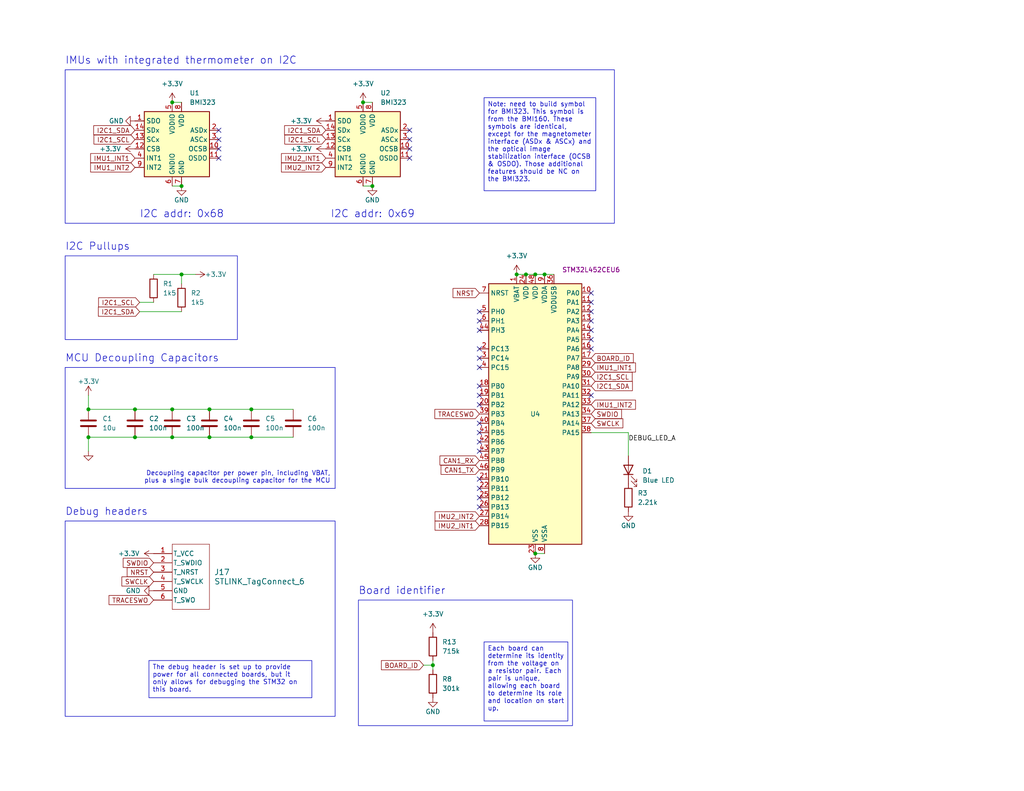
<source format=kicad_sch>
(kicad_sch (version 20230121) (generator eeschema)
  (paper "USLetter")
  (lib_symbols
    (symbol "Device:LED" (pin_numbers hide) (pin_names (offset 1.016) hide)
      (property "Reference" "D" (at 0 2.54 0))
      (property "Value" "LED" (at 0 -2.54 0))
      (symbol "LED_0_1"
        (polyline (pts (xy -1.27 -1.27) (xy -1.27 1.27)) (stroke (width 0.254)))
        (polyline (pts (xy -1.27 0) (xy 1.27 0)))
        (polyline (pts (xy 1.27 -1.27) (xy 1.27 1.27) (xy -1.27 0) (xy 1.27 -1.27)) (stroke (width 0.254)))
        (polyline (pts (xy -3.048 -0.762) (xy -4.572 -2.286) (xy -3.81 -2.286) (xy -4.572 -2.286) (xy -4.572 -1.524)))
        (polyline (pts (xy -1.778 -0.762) (xy -3.302 -2.286) (xy -2.54 -2.286) (xy -3.302 -2.286) (xy -3.302 -1.524)))
      )
      (symbol "LED_1_1"
        (pin passive line (at -3.81 0 0) (length 2.54) (name "K") (number "1"))
        (pin passive line (at 3.81 0 180) (length 2.54) (name "A") (number "2"))
      )
    )
    (symbol "Device:R" (pin_numbers hide) (pin_names (offset 0))
      (property "Reference" "R" (at 2.032 0 90))
      (property "Value" "R" (at 0 0 90))
      (symbol "R_0_1"
        (rectangle (start -1.016 -2.54) (end 1.016 2.54) (stroke (width 0.254)))
      )
      (symbol "R_1_1"
        (pin passive line (at 0 3.81 270) (length 1.27) (name "~") (number "1"))
        (pin passive line (at 0 -3.81 90) (length 1.27) (name "~") (number "2"))
      )
    )
    (symbol "MCU_ST_STM32L4:STM32L452CEUx"
      (property "Reference" "U" (at -12.7 36.83 0))
      (property "Value" "STM32L452CEUx" (at 7.62 36.83 0))
      (symbol "STM32L452CEUx_0_1"
        (rectangle (start -12.7 -35.56) (end 12.7 35.56) (stroke (width 0.254)) (fill (type background)))
      )
      (symbol "STM32L452CEUx_1_1"
        (pin power_in line (at -5.08 38.1 270) (length 2.54) (name "VBAT") (number "1"))
        (pin bidirectional line (at 15.24 33.02 180) (length 2.54) (name "PA0") (number "10"))
        (pin bidirectional line (at 15.24 30.48 180) (length 2.54) (name "PA1") (number "11"))
        (pin bidirectional line (at 15.24 27.94 180) (length 2.54) (name "PA2") (number "12"))
        (pin bidirectional line (at 15.24 25.4 180) (length 2.54) (name "PA3") (number "13"))
        (pin bidirectional line (at 15.24 22.86 180) (length 2.54) (name "PA4") (number "14"))
        (pin bidirectional line (at 15.24 20.32 180) (length 2.54) (name "PA5") (number "15"))
        (pin bidirectional line (at 15.24 17.78 180) (length 2.54) (name "PA6") (number "16"))
        (pin bidirectional line (at 15.24 15.24 180) (length 2.54) (name "PA7") (number "17"))
        (pin bidirectional line (at -15.24 7.62 0) (length 2.54) (name "PB0") (number "18"))
        (pin bidirectional line (at -15.24 5.08 0) (length 2.54) (name "PB1") (number "19"))
        (pin bidirectional line (at -15.24 17.78 0) (length 2.54) (name "PC13") (number "2"))
        (pin bidirectional line (at -15.24 2.54 0) (length 2.54) (name "PB2") (number "20"))
        (pin bidirectional line (at -15.24 -17.78 0) (length 2.54) (name "PB10") (number "21"))
        (pin bidirectional line (at -15.24 -20.32 0) (length 2.54) (name "PB11") (number "22"))
        (pin power_in line (at 0 -38.1 90) (length 2.54) (name "VSS") (number "23"))
        (pin power_in line (at -2.54 38.1 270) (length 2.54) (name "VDD") (number "24"))
        (pin bidirectional line (at -15.24 -22.86 0) (length 2.54) (name "PB12") (number "25"))
        (pin bidirectional line (at -15.24 -25.4 0) (length 2.54) (name "PB13") (number "26"))
        (pin bidirectional line (at -15.24 -27.94 0) (length 2.54) (name "PB14") (number "27"))
        (pin bidirectional line (at -15.24 -30.48 0) (length 2.54) (name "PB15") (number "28"))
        (pin bidirectional line (at 15.24 12.7 180) (length 2.54) (name "PA8") (number "29"))
        (pin bidirectional line (at -15.24 15.24 0) (length 2.54) (name "PC14") (number "3"))
        (pin bidirectional line (at 15.24 10.16 180) (length 2.54) (name "PA9") (number "30"))
        (pin bidirectional line (at 15.24 7.62 180) (length 2.54) (name "PA10") (number "31"))
        (pin bidirectional line (at 15.24 5.08 180) (length 2.54) (name "PA11") (number "32"))
        (pin bidirectional line (at 15.24 2.54 180) (length 2.54) (name "PA12") (number "33"))
        (pin bidirectional line (at 15.24 0 180) (length 2.54) (name "PA13") (number "34"))
        (pin passive line (at 0 -38.1 90) (length 2.54) hide (name "VSS") (number "35"))
        (pin power_in line (at 5.08 38.1 270) (length 2.54) (name "VDDUSB") (number "36"))
        (pin bidirectional line (at 15.24 -2.54 180) (length 2.54) (name "PA14") (number "37"))
        (pin bidirectional line (at 15.24 -5.08 180) (length 2.54) (name "PA15") (number "38"))
        (pin bidirectional line (at -15.24 0 0) (length 2.54) (name "PB3") (number "39"))
        (pin bidirectional line (at -15.24 12.7 0) (length 2.54) (name "PC15") (number "4"))
        (pin bidirectional line (at -15.24 -2.54 0) (length 2.54) (name "PB4") (number "40"))
        (pin bidirectional line (at -15.24 -5.08 0) (length 2.54) (name "PB5") (number "41"))
        (pin bidirectional line (at -15.24 -7.62 0) (length 2.54) (name "PB6") (number "42"))
        (pin bidirectional line (at -15.24 -10.16 0) (length 2.54) (name "PB7") (number "43"))
        (pin bidirectional line (at -15.24 22.86 0) (length 2.54) (name "PH3") (number "44"))
        (pin bidirectional line (at -15.24 -12.7 0) (length 2.54) (name "PB8") (number "45"))
        (pin bidirectional line (at -15.24 -15.24 0) (length 2.54) (name "PB9") (number "46"))
        (pin passive line (at 0 -38.1 90) (length 2.54) hide (name "VSS") (number "47"))
        (pin power_in line (at 0 38.1 270) (length 2.54) (name "VDD") (number "48"))
        (pin passive line (at 0 -38.1 90) (length 2.54) hide (name "VSS") (number "49"))
        (pin bidirectional line (at -15.24 27.94 0) (length 2.54) (name "PH0") (number "5"))
        (pin bidirectional line (at -15.24 25.4 0) (length 2.54) (name "PH1") (number "6"))
        (pin input line (at -15.24 33.02 0) (length 2.54) (name "NRST") (number "7"))
        (pin power_in line (at 2.54 -38.1 90) (length 2.54) (name "VSSA") (number "8"))
        (pin power_in line (at 2.54 38.1 270) (length 2.54) (name "VDDA") (number "9"))
      )
    )
    (symbol "Sensor_Motion:BMI160"
      (property "Reference" "U" (at -10.16 8.89 0))
      (property "Value" "BMI160" (at 7.62 8.89 0))
      (symbol "BMI160_1_1"
        (rectangle (start -10.16 7.62) (end 7.62 -10.16) (stroke (width 0.254)) (fill (type background)))
        (pin bidirectional line (at -12.7 5.08 0) (length 2.54) (name "SDO") (number "1"))
        (pin bidirectional line (at 10.16 -2.54 180) (length 2.54) (name "OCSB") (number "10"))
        (pin bidirectional line (at 10.16 -5.08 180) (length 2.54) (name "OSDO") (number "11"))
        (pin input line (at -12.7 -2.54 0) (length 2.54) (name "CSB") (number "12"))
        (pin input line (at -12.7 0 0) (length 2.54) (name "SCx") (number "13"))
        (pin bidirectional line (at -12.7 2.54 0) (length 2.54) (name "SDx") (number "14"))
        (pin bidirectional line (at 10.16 2.54 180) (length 2.54) (name "ASDx") (number "2"))
        (pin output line (at 10.16 0 180) (length 2.54) (name "ASCx") (number "3"))
        (pin bidirectional line (at -12.7 -5.08 0) (length 2.54) (name "INT1") (number "4"))
        (pin power_in line (at -2.54 10.16 270) (length 2.54) (name "VDDIO") (number "5"))
        (pin power_in line (at -2.54 -12.7 90) (length 2.54) (name "GNDIO") (number "6"))
        (pin power_in line (at 0 -12.7 90) (length 2.54) (name "GND") (number "7"))
        (pin power_in line (at 0 10.16 270) (length 2.54) (name "VDD") (number "8"))
        (pin bidirectional line (at -12.7 -7.62 0) (length 2.54) (name "INT2") (number "9"))
      )
    )
    (symbol "TVSC:Large_Decoupling_Capacitor" (pin_numbers hide) (pin_names (offset 0.254))
      (property "Reference" "C" (at 0.635 2.54 0))
      (property "Value" "10u" (at 0.635 -2.54 0))
      (symbol "Large_Decoupling_Capacitor_0_1"
        (polyline (pts (xy -2.032 -0.762) (xy 2.032 -0.762)) (stroke (width 0.508)))
        (polyline (pts (xy -2.032 0.762) (xy 2.032 0.762)) (stroke (width 0.508)))
      )
      (symbol "Large_Decoupling_Capacitor_1_1"
        (pin passive line (at 0 3.81 270) (length 2.794) (name "~") (number "1"))
        (pin passive line (at 0 -3.81 90) (length 2.794) (name "~") (number "2"))
      )
    )
    (symbol "TVSC:STLINK_TagConnect_6" (pin_names (offset 0.254)) (in_bom no)
      (property "Reference" "J" (at 0 6.35 0))
      (property "Value" "STLINK_TagConnect_6" (at 0 -15.24 0))
      (symbol "STLINK_TagConnect_6_1_1"
        (polyline (pts (xy -5.08 -12.7) (xy 5.08 -12.7)) (stroke (width 0.127)))
        (polyline (pts (xy -5.08 5.08) (xy -5.08 -12.7)) (stroke (width 0.127)))
        (polyline (pts (xy 5.08 -12.7) (xy 5.08 5.08)) (stroke (width 0.127)))
        (polyline (pts (xy 5.08 5.08) (xy -5.08 5.08)) (stroke (width 0.127)))
        (pin power_out line (at -10.16 2.54 0) (length 5.08) (name "T_VCC") (number "1"))
        (pin bidirectional line (at -10.16 0 0) (length 5.08) (name "T_SWDIO") (number "2"))
        (pin output line (at -10.16 -2.54 0) (length 5.08) (name "T_NRST") (number "3"))
        (pin input line (at -10.16 -5.08 0) (length 5.08) (name "T_SWCLK") (number "4"))
        (pin power_out line (at -10.16 -7.62 0) (length 5.08) (name "GND") (number "5"))
        (pin output line (at -10.16 -10.16 0) (length 5.08) (name "T_SWO") (number "6"))
      )
      (symbol "STLINK_TagConnect_6_1_2"
        (polyline (pts (xy 5.08 -20.32) (xy 12.7 -20.32)) (stroke (width 0.127)))
        (polyline (pts (xy 5.08 2.54) (xy 5.08 -20.32)) (stroke (width 0.127)))
        (polyline (pts (xy 7.62 -17.78) (xy 5.08 -17.78)) (stroke (width 0.127)))
        (polyline (pts (xy 7.62 -17.78) (xy 8.89 -18.6267)) (stroke (width 0.127)))
        (polyline (pts (xy 7.62 -17.78) (xy 8.89 -16.9333)) (stroke (width 0.127)))
        (polyline (pts (xy 7.62 -15.24) (xy 5.08 -15.24)) (stroke (width 0.127)))
        (polyline (pts (xy 7.62 -15.24) (xy 8.89 -16.0867)) (stroke (width 0.127)))
        (polyline (pts (xy 7.62 -15.24) (xy 8.89 -14.3933)) (stroke (width 0.127)))
        (polyline (pts (xy 7.62 -12.7) (xy 5.08 -12.7)) (stroke (width 0.127)))
        (polyline (pts (xy 7.62 -12.7) (xy 8.89 -13.5467)) (stroke (width 0.127)))
        (polyline (pts (xy 7.62 -12.7) (xy 8.89 -11.8533)) (stroke (width 0.127)))
        (polyline (pts (xy 7.62 -10.16) (xy 5.08 -10.16)) (stroke (width 0.127)))
        (polyline (pts (xy 7.62 -10.16) (xy 8.89 -11.0067)) (stroke (width 0.127)))
        (polyline (pts (xy 7.62 -10.16) (xy 8.89 -9.3133)) (stroke (width 0.127)))
        (polyline (pts (xy 7.62 -7.62) (xy 5.08 -7.62)) (stroke (width 0.127)))
        (polyline (pts (xy 7.62 -7.62) (xy 8.89 -8.4667)) (stroke (width 0.127)))
        (polyline (pts (xy 7.62 -7.62) (xy 8.89 -6.7733)) (stroke (width 0.127)))
        (polyline (pts (xy 7.62 -5.08) (xy 5.08 -5.08)) (stroke (width 0.127)))
        (polyline (pts (xy 7.62 -5.08) (xy 8.89 -5.9267)) (stroke (width 0.127)))
        (polyline (pts (xy 7.62 -5.08) (xy 8.89 -4.2333)) (stroke (width 0.127)))
        (polyline (pts (xy 7.62 -2.54) (xy 5.08 -2.54)) (stroke (width 0.127)))
        (polyline (pts (xy 7.62 -2.54) (xy 8.89 -3.3867)) (stroke (width 0.127)))
        (polyline (pts (xy 7.62 -2.54) (xy 8.89 -1.6933)) (stroke (width 0.127)))
        (polyline (pts (xy 7.62 0) (xy 5.08 0)) (stroke (width 0.127)))
        (polyline (pts (xy 7.62 0) (xy 8.89 -0.8467)) (stroke (width 0.127)))
        (polyline (pts (xy 7.62 0) (xy 8.89 0.8467)) (stroke (width 0.127)))
        (polyline (pts (xy 12.7 -20.32) (xy 12.7 2.54)) (stroke (width 0.127)))
        (polyline (pts (xy 12.7 2.54) (xy 5.08 2.54)) (stroke (width 0.127)))
        (pin unspecified line (at 0 0 0) (length 5.08) (name "1") (number "1"))
        (pin unspecified line (at 0 -2.54 0) (length 5.08) (name "2") (number "2"))
        (pin unspecified line (at 0 -5.08 0) (length 5.08) (name "3") (number "3"))
        (pin unspecified line (at 0 -7.62 0) (length 5.08) (name "4") (number "4"))
        (pin unspecified line (at 0 -10.16 0) (length 5.08) (name "5") (number "5"))
        (pin unspecified line (at 0 -12.7 0) (length 5.08) (name "6") (number "6"))
        (pin unspecified line (at 0 -15.24 0) (length 5.08) (name "7") (number "7"))
        (pin unspecified line (at 0 -17.78 0) (length 5.08) (name "8") (number "8"))
      )
    )
    (symbol "TVSC:Small_Decoupling_Capacitor" (pin_numbers hide) (pin_names (offset 0.254))
      (property "Reference" "C" (at 0.635 2.54 0))
      (property "Value" "100n" (at 0.635 -2.54 0))
      (symbol "Small_Decoupling_Capacitor_0_1"
        (polyline (pts (xy -2.032 -0.762) (xy 2.032 -0.762)) (stroke (width 0.508)))
        (polyline (pts (xy -2.032 0.762) (xy 2.032 0.762)) (stroke (width 0.508)))
      )
      (symbol "Small_Decoupling_Capacitor_1_1"
        (pin passive line (at 0 3.81 270) (length 2.794) (name "~") (number "1"))
        (pin passive line (at 0 -3.81 90) (length 2.794) (name "~") (number "2"))
      )
    )
    (symbol "power:+3.3V" (power) (pin_names (offset 0))
      (property "Value" "+3.3V" (at 0 3.556 0))
      (symbol "+3.3V_0_1"
        (polyline (pts (xy -0.762 1.27) (xy 0 2.54)))
        (polyline (pts (xy 0 0) (xy 0 2.54)))
        (polyline (pts (xy 0 2.54) (xy 0.762 1.27)))
      )
      (symbol "+3.3V_1_1"
        (pin power_in line (at 0 0 90) (length 0) hide (name "+3.3V") (number "1"))
      )
    )
    (symbol "power:GND" (power) (pin_names (offset 0))
      (property "Value" "GND" (at 0 -3.81 0))
      (symbol "GND_0_1"
        (polyline (pts (xy 0 0) (xy 0 -1.27) (xy 1.27 -1.27) (xy 0 -2.54) (xy -1.27 -1.27) (xy 0 -1.27)))
      )
      (symbol "GND_1_1"
        (pin power_in line (at 0 0 270) (length 0) hide (name "GND") (number "1"))
      )
    )
  )
  (junction (at 24.13 111.76))
  (junction (at 99.06 27.94))
  (junction (at 46.99 111.76))
  (junction (at 57.15 111.76))
  (junction (at 101.6 50.8))
  (junction (at 146.05 74.93))
  (junction (at 46.99 119.38))
  (junction (at 68.58 111.76))
  (junction (at 46.99 27.94))
  (junction (at 148.59 74.93))
  (junction (at 36.83 119.38))
  (junction (at 57.15 119.38))
  (junction (at 24.13 119.38))
  (junction (at 68.58 119.38))
  (junction (at 146.05 151.13))
  (junction (at 140.97 74.93))
  (junction (at 49.53 74.93))
  (junction (at 143.51 74.93))
  (junction (at 118.11 181.61))
  (junction (at 49.53 50.8))
  (junction (at 36.83 111.76))
  (no_connect (at 161.29 90.17))
  (no_connect (at 161.29 95.25))
  (no_connect (at 130.81 95.25))
  (no_connect (at 130.81 90.17))
  (no_connect (at 111.76 43.18))
  (no_connect (at 161.29 82.55))
  (no_connect (at 130.81 118.11))
  (no_connect (at 130.81 97.79))
  (no_connect (at 130.81 115.57))
  (no_connect (at 59.69 43.18))
  (no_connect (at 130.81 110.49))
  (no_connect (at 111.76 38.1))
  (no_connect (at 130.81 135.89))
  (no_connect (at 59.69 40.64))
  (no_connect (at 59.69 35.56))
  (no_connect (at 130.81 105.41))
  (no_connect (at 130.81 100.33))
  (no_connect (at 130.81 87.63))
  (no_connect (at 111.76 40.64))
  (no_connect (at 161.29 92.71))
  (no_connect (at 130.81 107.95))
  (no_connect (at 59.69 38.1))
  (no_connect (at 130.81 138.43))
  (no_connect (at 111.76 35.56))
  (no_connect (at 161.29 80.01))
  (no_connect (at 161.29 85.09))
  (no_connect (at 161.29 107.95))
  (no_connect (at 130.81 85.09))
  (no_connect (at 161.29 87.63))
  (no_connect (at 130.81 123.19))
  (no_connect (at 130.81 120.65))
  (no_connect (at 130.81 130.81))
  (no_connect (at 130.81 133.35))
  (wire (pts (xy 171.45 118.11) (xy 161.29 118.11)))
  (polyline (pts (xy 91.44 100.33) (xy 91.44 133.35)))
  (wire (pts (xy 57.15 119.38) (xy 68.58 119.38)))
  (wire (pts (xy 57.15 111.76) (xy 68.58 111.76)))
  (wire (pts (xy 143.51 74.93) (xy 146.05 74.93)))
  (wire (pts (xy 38.1 82.55) (xy 41.91 82.55)))
  (wire (pts (xy 46.99 27.94) (xy 49.53 27.94)))
  (wire (pts (xy 148.59 74.93) (xy 151.13 74.93)))
  (wire (pts (xy 36.83 119.38) (xy 46.99 119.38)))
  (wire (pts (xy 171.45 124.46) (xy 171.45 118.11)))
  (polyline (pts (xy 17.78 100.33) (xy 17.78 133.35)))
  (wire (pts (xy 99.06 27.94) (xy 101.6 27.94)))
  (wire (pts (xy 24.13 119.38) (xy 24.13 123.19)))
  (wire (pts (xy 38.1 85.09) (xy 49.53 85.09)))
  (wire (pts (xy 24.13 111.76) (xy 36.83 111.76)))
  (wire (pts (xy 115.57 181.61) (xy 118.11 181.61)))
  (wire (pts (xy 46.99 50.8) (xy 49.53 50.8)))
  (wire (pts (xy 99.06 50.8) (xy 101.6 50.8)))
  (polyline (pts (xy 17.78 100.33) (xy 91.44 100.33)))
  (wire (pts (xy 68.58 111.76) (xy 80.01 111.76)))
  (polyline (pts (xy 91.44 133.35) (xy 17.78 133.35)))
  (wire (pts (xy 41.91 74.93) (xy 49.53 74.93)))
  (wire (pts (xy 49.53 74.93) (xy 49.53 77.47)))
  (wire (pts (xy 118.11 181.61) (xy 118.11 182.88)))
  (wire (pts (xy 146.05 151.13) (xy 148.59 151.13)))
  (wire (pts (xy 36.83 111.76) (xy 46.99 111.76)))
  (wire (pts (xy 24.13 107.95) (xy 24.13 111.76)))
  (wire (pts (xy 140.97 74.93) (xy 143.51 74.93)))
  (wire (pts (xy 49.53 74.93) (xy 53.34 74.93)))
  (wire (pts (xy 24.13 119.38) (xy 36.83 119.38)))
  (wire (pts (xy 68.58 119.38) (xy 80.01 119.38)))
  (wire (pts (xy 46.99 111.76) (xy 57.15 111.76)))
  (wire (pts (xy 46.99 119.38) (xy 57.15 119.38)))
  (wire (pts (xy 146.05 74.93) (xy 148.59 74.93)))
  (wire (pts (xy 118.11 180.34) (xy 118.11 181.61)))
  (rectangle (start 17.78 142.24) (end 91.44 195.58))
  (rectangle (start 17.78 19.05) (end 167.64 60.96))
  (rectangle (start 17.78 69.85) (end 64.77 92.71))
  (rectangle (start 97.79 163.83) (end 156.21 198.12))
  (text_box "The debug header is set up to provide power for all connected boards, but it only allows for debugging the STM32 on this board." (at 40.64 180.34 0) (size 44.45 10.16) (effects (font (size 1.27 1.27)) (justify left top)))
  (text_box "Each board can determine its identity from the voltage on a resistor pair. Each pair is unique, allowing each board to determine its role and location on start up." (at 132.08 175.26 0) (size 22.86 21.59) (effects (font (size 1.27 1.27)) (justify left top)))
  (text_box "Note: need to build symbol for BMI323. This symbol is from the BMI160. These symbols are identical, except for the magnetometer interface (ASDx & ASCx) and the optical image stabilization interface (OCSB & OSDO). Those additional features should be NC on the BMI323." (at 132.08 26.67 0) (size 30.48 25.4) (effects (font (size 1.27 1.27)) (justify left top)))
  (text "IMUs with integrated thermometer on I2C" (at 17.78 17.78 0) (effects (font (size 2 2)) (justify left bottom)))
  (text "Debug headers" (at 17.78 140.97 0) (effects (font (size 2 2)) (justify left bottom)))
  (text "MCU Decoupling Capacitors" (at 17.78 99.06 0) (effects (font (size 2 2)) (justify left bottom)))
  (text "Decoupling capacitor per power pin, including VBAT,\nplus a single bulk decoupling capacitor for the MCU" (at 90.17 132.08 0) (effects (font (size 1.25 1.25)) (justify right bottom)))
  (text "I2C addr: 0x68" (at 38.1 59.69 0) (effects (font (size 2 2)) (justify left bottom)))
  (text "I2C Pullups" (at 17.78 68.58 0) (effects (font (size 2 2)) (justify left bottom)))
  (text "I2C addr: 0x69" (at 90.17 59.69 0) (effects (font (size 2 2)) (justify left bottom)))
  (text "Board identifier" (at 97.79 162.56 0) (effects (font (size 2 2)) (justify left bottom)))
  (label "DEBUG_LED_A" (at 171.45 120.65 0))
  (global_label "SWCLK" (shape input) (at 41.91 158.75 180) (property "Intersheetrefs" "${INTERSHEET_REFS}" (effects hide)))
  (global_label "SWCLK" (shape input) (at 161.29 115.57 0) (property "Intersheetrefs" "${INTERSHEET_REFS}" (effects hide)))
  (global_label "IMU1_INT1" (shape input) (at 161.29 100.33 0) (property "Intersheetrefs" "${INTERSHEET_REFS}" (effects hide)))
  (global_label "IMU1_INT2" (shape input) (at 36.83 45.72 180) (property "Intersheetrefs" "${INTERSHEET_REFS}" (effects hide)))
  (global_label "CAN1_TX" (shape input) (at 130.81 128.27 180) (property "Intersheetrefs" "${INTERSHEET_REFS}" (effects hide)))
  (global_label "I2C1_SDA" (shape input) (at 161.29 105.41 0) (property "Intersheetrefs" "${INTERSHEET_REFS}" (effects hide)))
  (global_label "I2C1_SDA" (shape input) (at 88.9 35.56 180) (property "Intersheetrefs" "${INTERSHEET_REFS}" (effects hide)))
  (global_label "I2C1_SCL" (shape input) (at 161.29 102.87 0) (property "Intersheetrefs" "${INTERSHEET_REFS}" (effects hide)))
  (global_label "SWDIO" (shape input) (at 41.91 153.67 180) (property "Intersheetrefs" "${INTERSHEET_REFS}" (effects hide)))
  (global_label "BOARD_ID" (shape input) (at 115.57 181.61 180) (property "Intersheetrefs" "${INTERSHEET_REFS}" (effects hide)))
  (global_label "NRST" (shape input) (at 41.91 156.21 180) (property "Intersheetrefs" "${INTERSHEET_REFS}" (effects hide)))
  (global_label "IMU2_INT2" (shape input) (at 130.81 140.97 180) (property "Intersheetrefs" "${INTERSHEET_REFS}" (effects hide)))
  (global_label "IMU2_INT1" (shape input) (at 130.81 143.51 180) (property "Intersheetrefs" "${INTERSHEET_REFS}" (effects hide)))
  (global_label "TRACESWO" (shape input) (at 41.91 163.83 180) (property "Intersheetrefs" "${INTERSHEET_REFS}" (effects hide)))
  (global_label "I2C1_SDA" (shape input) (at 36.83 35.56 180) (property "Intersheetrefs" "${INTERSHEET_REFS}" (effects hide)))
  (global_label "I2C1_SCL" (shape input) (at 36.83 38.1 180) (property "Intersheetrefs" "${INTERSHEET_REFS}" (effects hide)))
  (global_label "IMU1_INT1" (shape input) (at 36.83 43.18 180) (property "Intersheetrefs" "${INTERSHEET_REFS}" (effects hide)))
  (global_label "SWDIO" (shape input) (at 161.29 113.03 0) (property "Intersheetrefs" "${INTERSHEET_REFS}" (effects hide)))
  (global_label "IMU1_INT2" (shape input) (at 161.29 110.49 0) (property "Intersheetrefs" "${INTERSHEET_REFS}" (effects hide)))
  (global_label "IMU2_INT1" (shape input) (at 88.9 43.18 180) (property "Intersheetrefs" "${INTERSHEET_REFS}" (effects hide)))
  (global_label "I2C1_SDA" (shape input) (at 38.1 85.09 180) (property "Intersheetrefs" "${INTERSHEET_REFS}" (effects hide)))
  (global_label "I2C1_SCL" (shape input) (at 38.1 82.55 180) (property "Intersheetrefs" "${INTERSHEET_REFS}" (effects hide)))
  (global_label "NRST" (shape input) (at 130.81 80.01 180) (property "Intersheetrefs" "${INTERSHEET_REFS}" (effects hide)))
  (global_label "CAN1_RX" (shape input) (at 130.81 125.73 180) (property "Intersheetrefs" "${INTERSHEET_REFS}" (effects hide)))
  (global_label "BOARD_ID" (shape input) (at 161.29 97.79 0) (property "Intersheetrefs" "${INTERSHEET_REFS}" (effects hide)))
  (global_label "IMU2_INT2" (shape input) (at 88.9 45.72 180) (property "Intersheetrefs" "${INTERSHEET_REFS}" (effects hide)))
  (global_label "I2C1_SCL" (shape input) (at 88.9 38.1 180) (property "Intersheetrefs" "${INTERSHEET_REFS}" (effects hide)))
  (global_label "TRACESWO" (shape input) (at 130.81 113.03 180) (property "Intersheetrefs" "${INTERSHEET_REFS}" (effects hide)))
  (symbol (lib_id "TVSC:STLINK_TagConnect_6") (at 52.07 153.67 0) (unit 1) (in_bom no)
    (property "Reference" "J17" (at 58.42 156.21 0) (effects (font (size 1.524 1.524)) (justify left)))
    (property "Value" "STLINK_TagConnect_6" (at 58.42 158.75 0) (effects (font (size 1.524 1.524)) (justify left)))
    (property "Footprint" "Connector:Tag-Connect_TC2030-IDC-NL_2x03_P1.27mm_Vertical" (effects hide))
    (property "Datasheet" "https://www.tag-connect.com/wp-content/uploads/bsk-pdf-manager/TC2030-CTX_1.pdf" (effects hide))
  )
  (symbol (lib_id "TVSC:Small_Decoupling_Capacitor") (at 80.01 115.57 0) (unit 1)
    (property "Reference" "C6" (at 83.82 114.3 0) (effects (justify left)))
    (property "Value" "100n" (at 83.82 116.84 0) (effects (justify left)))
    (property "Footprint" "footprints:Nondescript_C_0402_1005Metric" (effects hide))
    (property "Datasheet" "https://www.murata.com/en-us/products/productdetail?partno=GCM155R71H104KE02%23" (effects hide))
    (property "MPN" "C2649549" (effects hide))
    (property "Manufacturer" "Murata Electronics" (effects hide))
    (property "Manufacturer Part Number" "GCM155R71H104KE02J" (effects hide))
  )
  (symbol (lib_id "Device:R") (at 118.11 176.53 0) (unit 1)
    (property "Reference" "R13" (at 120.65 175.26 0) (effects (justify left)))
    (property "Value" "715k" (at 120.65 177.8 0) (effects (justify left)))
    (property "Footprint" "footprints:Nondescript_R_0402_1005Metric" (effects hide))
    (property "MPN" "C270585" (effects hide))
    (property "Manufacturer" "UNI-ROYAL" (effects hide))
    (property "Manufacturer Part Number" "0402WGF7153TCE" (effects hide))
    (property "Active" "Y" (effects hide))
  )
  (symbol (lib_id "power:GND") (at 171.45 139.7 0) (unit 1)
    (property "Reference" "#PWR019" (effects hide))
    (property "Value" "GND" (at 171.45 143.51 0))
  )
  (symbol (lib_id "TVSC:Large_Decoupling_Capacitor") (at 24.13 115.57 0) (unit 1)
    (property "Reference" "C1" (at 27.94 114.3 0) (effects (justify left)))
    (property "Value" "10u" (at 27.94 116.84 0) (effects (justify left)))
    (property "Footprint" "footprints:Nondescript_C_0603_1608Metric" (effects hide))
    (property "Datasheet" "https://www.murata.com/en-us/products/productdetail?partno=GRM188R61E106KA73%23" (effects hide))
    (property "MPN" "C344022" (effects hide))
    (property "Manufacturer" "Murata Electronics" (effects hide))
    (property "Manufacturer Part Number" "GRM188R61E106KA73D" (effects hide))
  )
  (symbol (lib_id "power:+3.3V") (at 53.34 74.93 270) (mirror x) (unit 1)
    (property "Reference" "#PWR012" (effects hide))
    (property "Value" "+3.3V" (at 55.88 74.93 90) (effects (justify left)))
  )
  (symbol (lib_id "Device:LED") (at 171.45 128.27 90) (unit 1)
    (property "Reference" "D1" (at 175.26 128.5875 90) (effects (justify right)))
    (property "Value" "Blue LED" (at 175.26 131.1275 90) (effects (justify right)))
    (property "Footprint" "LED_SMD:LED_0603_1608Metric" (effects hide))
    (property "Datasheet" "https://octopart.com/datasheet/19-217%2Fbhc-zl1m2ry%2F3t-everlight-56007553" (effects hide))
    (property "MPN" "C72041" (effects hide))
    (property "Manufacturer" "Everlight Elec" (effects hide))
    (property "Manufacturer Part Number" "19-217/BHC-ZL1M2RY/3T" (effects hide))
    (property "Active" "Y" (effects hide))
  )
  (symbol (lib_id "power:+3.3V") (at 118.11 172.72 0) (unit 1)
    (property "Reference" "#PWR076" (effects hide))
    (property "Value" "+3.3V" (at 118.11 167.64 0))
  )
  (symbol (lib_id "TVSC:Small_Decoupling_Capacitor") (at 68.58 115.57 0) (unit 1)
    (property "Reference" "C5" (at 72.39 114.3 0) (effects (justify left)))
    (property "Value" "100n" (at 72.39 116.84 0) (effects (justify left)))
    (property "Footprint" "footprints:Nondescript_C_0402_1005Metric" (effects hide))
    (property "Datasheet" "https://www.murata.com/en-us/products/productdetail?partno=GCM155R71H104KE02%23" (effects hide))
    (property "MPN" "C2649549" (effects hide))
    (property "Manufacturer" "Murata Electronics" (effects hide))
    (property "Manufacturer Part Number" "GCM155R71H104KE02J" (effects hide))
  )
  (symbol (lib_id "Sensor_Motion:BMI160") (at 101.6 38.1 0) (unit 1)
    (property "Reference" "U2" (at 103.7941 25.4 0) (effects (justify left)))
    (property "Value" "BMI323" (at 103.7941 27.94 0) (effects (justify left)))
    (property "Footprint" "Package_LGA:Bosch_LGA-14_3x2.5mm_P0.5mm" (effects hide))
    (property "Datasheet" "https://www.bosch-sensortec.com/media/boschsensortec/downloads/datasheets/bst-bmi323-ds000.pdf" (effects hide))
    (property "Active" "Y" (effects hide))
    (property "MPN" "C5368700" (effects hide))
    (property "Manufacturer" "Bosch Sensortec" (effects hide))
    (property "Manufacturer Part Number" "BMI323" (effects hide))
  )
  (symbol (lib_id "power:+3.3V") (at 88.9 33.02 90) (unit 1)
    (property "Reference" "#PWR013" (effects hide))
    (property "Value" "+3.3V" (at 85.09 33.02 90) (effects (justify left)))
  )
  (symbol (lib_id "power:+3.3V") (at 99.06 27.94 0) (unit 1)
    (property "Reference" "#PWR015" (effects hide))
    (property "Value" "+3.3V" (at 99.06 22.86 0))
  )
  (symbol (lib_id "power:+3.3V") (at 24.13 107.95 0) (unit 1)
    (property "Reference" "#PWR04" (effects hide))
    (property "Value" "+3.3V" (at 24.13 104.14 0))
  )
  (symbol (lib_id "MCU_ST_STM32L4:STM32L452CEUx") (at 146.05 113.03 0) (unit 1)
    (property "Reference" "U4" (at 146.05 113.03 0))
    (property "Value" "STM32L452CEU6" (effects hide))
    (property "Footprint" "footprints:QFN-48-1EP_7x7mm_P0.5mm_EP5.6x5.6mm_ThermalVias" (effects hide))
    (property "Datasheet" "https://www.st.com/resource/en/datasheet/stm32l452ce.pdf" (effects hide))
    (property "Active" "Y" (effects hide))
    (property "MPN" "C222355" (effects hide))
    (property "Manufacturer" "ST Microelectronics" (effects hide))
    (property "Manufacturer Part Number" "STM32L452CEU6" (at 161.29 73.66 0))
  )
  (symbol (lib_id "power:GND") (at 101.6 50.8 0) (unit 1)
    (property "Reference" "#PWR016" (effects hide))
    (property "Value" "GND" (at 101.6 54.61 0))
  )
  (symbol (lib_id "Device:R") (at 118.11 186.69 0) (unit 1)
    (property "Reference" "R8" (at 120.65 185.42 0) (effects (justify left)))
    (property "Value" "301k" (at 120.65 187.96 0) (effects (justify left)))
    (property "Footprint" "footprints:Nondescript_R_0402_1005Metric" (effects hide))
    (property "MPN" "C25775" (effects hide))
    (property "Manufacturer" "UNI-ROYAL" (effects hide))
    (property "Manufacturer Part Number" "0402WGF3013TCE" (effects hide))
    (property "Active" "Y" (effects hide))
  )
  (symbol (lib_id "power:+3.3V") (at 36.83 40.64 90) (unit 1)
    (property "Reference" "#PWR07" (effects hide))
    (property "Value" "+3.3V" (at 33.02 40.64 90) (effects (justify left)))
  )
  (symbol (lib_id "power:GND") (at 24.13 123.19 0) (unit 1)
    (property "Reference" "#PWR05" (effects hide))
    (property "Value" "GND" (effects hide))
  )
  (symbol (lib_id "power:GND") (at 118.11 190.5 0) (unit 1)
    (property "Reference" "#PWR077" (effects hide))
    (property "Value" "GND" (at 118.11 194.31 0))
  )
  (symbol (lib_id "Device:R") (at 171.45 135.89 0) (unit 1)
    (property "Reference" "R3" (at 173.99 134.62 0) (effects (justify left)))
    (property "Value" "2.21k" (at 173.99 137.16 0) (effects (justify left)))
    (property "Footprint" "footprints:Nondescript_R_0402_1005Metric" (effects hide))
    (property "Designed Manufacturer" "Vishay-Dale" (effects hide))
    (property "Designed Part Number" "CRCW04022K21FKED" (effects hide))
    (property "MPN" "C305298" (effects hide))
    (property "Manufacturer" "Walsin Tech Corp" (effects hide))
    (property "Manufacturer Part Number" "WR04X2211FTL" (effects hide))
    (property "Active" "Y" (effects hide))
  )
  (symbol (lib_id "TVSC:Small_Decoupling_Capacitor") (at 57.15 115.57 0) (unit 1)
    (property "Reference" "C4" (at 60.96 114.3 0) (effects (justify left)))
    (property "Value" "100n" (at 60.96 116.84 0) (effects (justify left)))
    (property "Footprint" "footprints:Nondescript_C_0402_1005Metric" (effects hide))
    (property "Datasheet" "https://www.murata.com/en-us/products/productdetail?partno=GCM155R71H104KE02%23" (effects hide))
    (property "MPN" "C2649549" (effects hide))
    (property "Manufacturer" "Murata Electronics" (effects hide))
    (property "Manufacturer Part Number" "GCM155R71H104KE02J" (effects hide))
  )
  (symbol (lib_id "power:GND") (at 41.91 161.29 270) (unit 1)
    (property "Reference" "#PWR09" (effects hide))
    (property "Value" "GND" (at 34.29 161.29 90) (effects (justify left)))
  )
  (symbol (lib_id "power:GND") (at 36.83 33.02 270) (unit 1)
    (property "Reference" "#PWR06" (effects hide))
    (property "Value" "GND" (at 31.75 33.02 90))
  )
  (symbol (lib_id "power:GND") (at 49.53 50.8 0) (unit 1)
    (property "Reference" "#PWR011" (effects hide))
    (property "Value" "GND" (at 49.53 54.61 0))
  )
  (symbol (lib_id "Device:R") (at 49.53 81.28 0) (unit 1)
    (property "Reference" "R2" (at 52.07 80.01 0) (effects (justify left)))
    (property "Value" "1k5" (at 52.07 82.55 0) (effects (justify left)))
    (property "Footprint" "Resistor_SMD:R_0402_1005Metric" (effects hide))
    (property "MPN" "C25867" (effects hide))
    (property "Manufacturer" "UNI-ROYAL" (effects hide))
    (property "Manufacturer Part Number" "0402WGF1501TCE" (effects hide))
    (property "Active" "Y" (effects hide))
  )
  (symbol (lib_id "power:+3.3V") (at 88.9 40.64 90) (unit 1)
    (property "Reference" "#PWR014" (effects hide))
    (property "Value" "+3.3V" (at 85.09 40.64 90) (effects (justify left)))
  )
  (symbol (lib_id "TVSC:Small_Decoupling_Capacitor") (at 36.83 115.57 0) (unit 1)
    (property "Reference" "C2" (at 40.64 114.3 0) (effects (justify left)))
    (property "Value" "100n" (at 40.64 116.84 0) (effects (justify left)))
    (property "Footprint" "footprints:Nondescript_C_0402_1005Metric" (effects hide))
    (property "Datasheet" "https://www.murata.com/en-us/products/productdetail?partno=GCM155R71H104KE02%23" (effects hide))
    (property "MPN" "C2649549" (effects hide))
    (property "Manufacturer" "Murata Electronics" (effects hide))
    (property "Manufacturer Part Number" "GCM155R71H104KE02J" (effects hide))
  )
  (symbol (lib_id "power:+3.3V") (at 41.91 151.13 90) (unit 1)
    (property "Reference" "#PWR08" (effects hide))
    (property "Value" "+3.3V" (at 38.1 151.13 90) (effects (justify left)))
  )
  (symbol (lib_id "TVSC:Small_Decoupling_Capacitor") (at 46.99 115.57 0) (unit 1)
    (property "Reference" "C3" (at 50.8 114.3 0) (effects (justify left)))
    (property "Value" "100n" (at 50.8 116.84 0) (effects (justify left)))
    (property "Footprint" "footprints:Nondescript_C_0402_1005Metric" (effects hide))
    (property "Datasheet" "https://www.murata.com/en-us/products/productdetail?partno=GCM155R71H104KE02%23" (effects hide))
    (property "MPN" "C2649549" (effects hide))
    (property "Manufacturer" "Murata Electronics" (effects hide))
    (property "Manufacturer Part Number" "GCM155R71H104KE02J" (effects hide))
  )
  (symbol (lib_id "power:GND") (at 146.05 151.13 0) (unit 1)
    (property "Reference" "#PWR018" (effects hide))
    (property "Value" "GND" (at 146.05 154.94 0))
  )
  (symbol (lib_id "power:+3.3V") (at 140.97 74.93 0) (unit 1)
    (property "Reference" "#PWR017" (effects hide))
    (property "Value" "+3.3V" (at 140.97 69.85 0))
  )
  (symbol (lib_id "power:+3.3V") (at 46.99 27.94 0) (unit 1)
    (property "Reference" "#PWR010" (effects hide))
    (property "Value" "+3.3V" (at 46.99 22.86 0))
  )
  (symbol (lib_id "Sensor_Motion:BMI160") (at 49.53 38.1 0) (unit 1)
    (property "Reference" "U1" (at 51.7241 25.4 0) (effects (justify left)))
    (property "Value" "BMI323" (at 51.7241 27.94 0) (effects (justify left)))
    (property "Footprint" "Package_LGA:Bosch_LGA-14_3x2.5mm_P0.5mm" (effects hide))
    (property "Datasheet" "https://www.bosch-sensortec.com/media/boschsensortec/downloads/datasheets/bst-bmi323-ds000.pdf" (effects hide))
    (property "Active" "Y" (effects hide))
    (property "MPN" "C5368700" (effects hide))
    (property "Manufacturer" "Bosch Sensortec" (effects hide))
    (property "Manufacturer Part Number" "BMI323" (effects hide))
  )
  (symbol (lib_id "Device:R") (at 41.91 78.74 0) (unit 1)
    (property "Reference" "R1" (at 44.45 77.47 0) (effects (justify left)))
    (property "Value" "1k5" (at 44.45 80.01 0) (effects (justify left)))
    (property "Footprint" "Resistor_SMD:R_0402_1005Metric" (effects hide))
    (property "MPN" "C25867" (effects hide))
    (property "Manufacturer" "UNI-ROYAL" (effects hide))
    (property "Manufacturer Part Number" "0402WGF1501TCE" (effects hide))
    (property "Active" "Y" (effects hide))
  )
)
</source>
